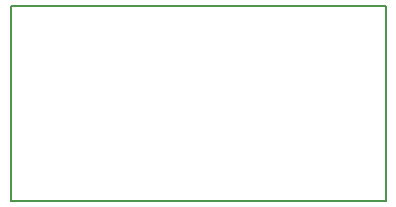
<source format=gbr>
%TF.GenerationSoftware,KiCad,Pcbnew,(6.0.0)*%
%TF.CreationDate,2022-02-25T15:50:30-05:00*%
%TF.ProjectId,heatedGrip,68656174-6564-4477-9269-702e6b696361,rev?*%
%TF.SameCoordinates,Original*%
%TF.FileFunction,Profile,NP*%
%FSLAX46Y46*%
G04 Gerber Fmt 4.6, Leading zero omitted, Abs format (unit mm)*
G04 Created by KiCad (PCBNEW (6.0.0)) date 2022-02-25 15:50:30*
%MOMM*%
%LPD*%
G01*
G04 APERTURE LIST*
%TA.AperFunction,Profile*%
%ADD10C,0.200000*%
%TD*%
G04 APERTURE END LIST*
D10*
X90170000Y-150495000D02*
X58420000Y-150495000D01*
X58420000Y-150495000D02*
X58420000Y-167005000D01*
X58420000Y-167005000D02*
X90170000Y-167005000D01*
X90170000Y-167005000D02*
X90170000Y-150495000D01*
M02*

</source>
